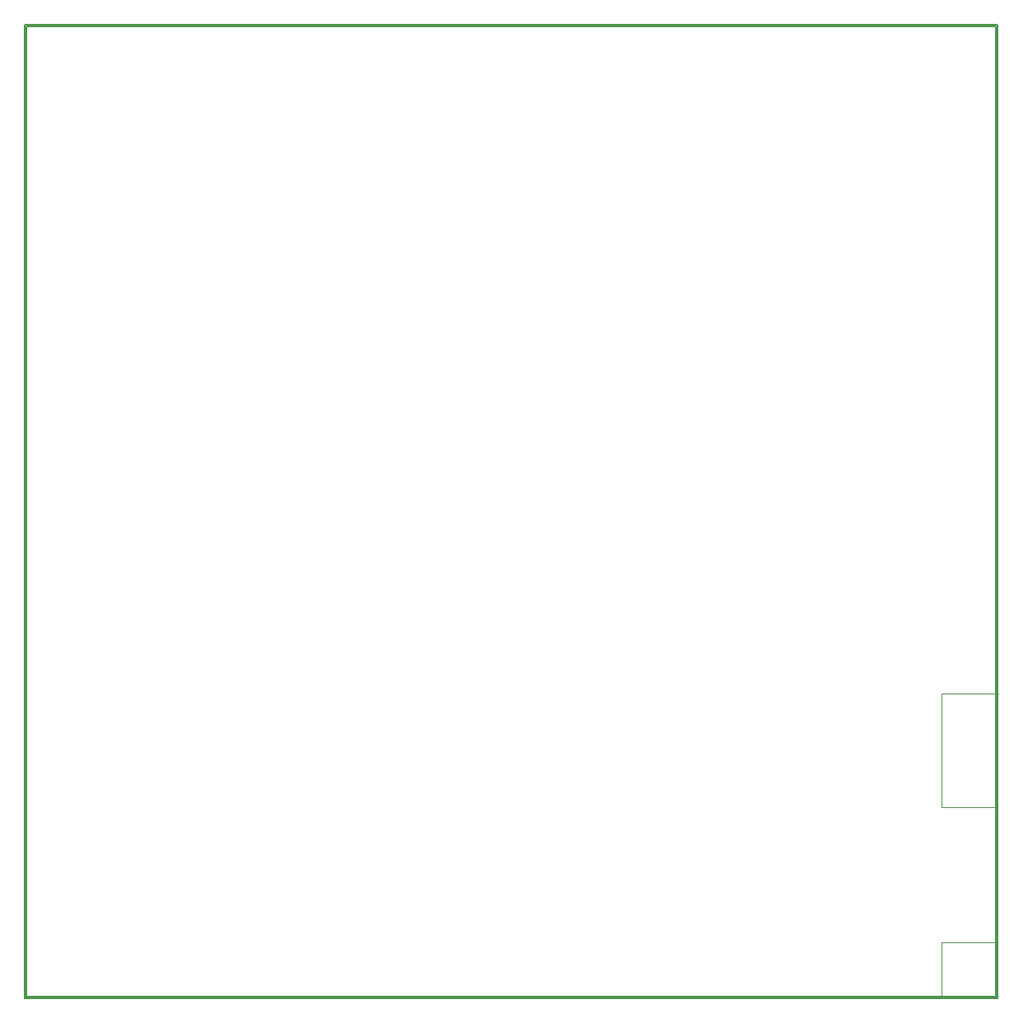
<source format=gko>
G04*
G04 #@! TF.GenerationSoftware,Altium Limited,CircuitStudio,1.5.2 (30)*
G04*
G04 Layer_Color=16720538*
%FSLAX44Y44*%
%MOMM*%
G71*
G01*
G75*
%ADD49C,0.1000*%
%ADD50C,0.1500*%
D49*
X1199000Y456000D02*
X1256000D01*
X1199000D02*
Y573000D01*
X1257000D01*
X1199000Y317000D02*
X1256000D01*
X1199000Y260000D02*
Y317000D01*
D50*
X257000Y261000D02*
Y1259000D01*
X1255000Y261000D02*
Y1259000D01*
X257000Y261000D02*
X1255000D01*
X257000Y1259000D02*
X1255000D01*
X256000Y260000D02*
Y1260000D01*
X1256000Y260000D02*
Y1260000D01*
X256000Y260000D02*
X1256000D01*
X256000Y1260000D02*
X1256000D01*
M02*

</source>
